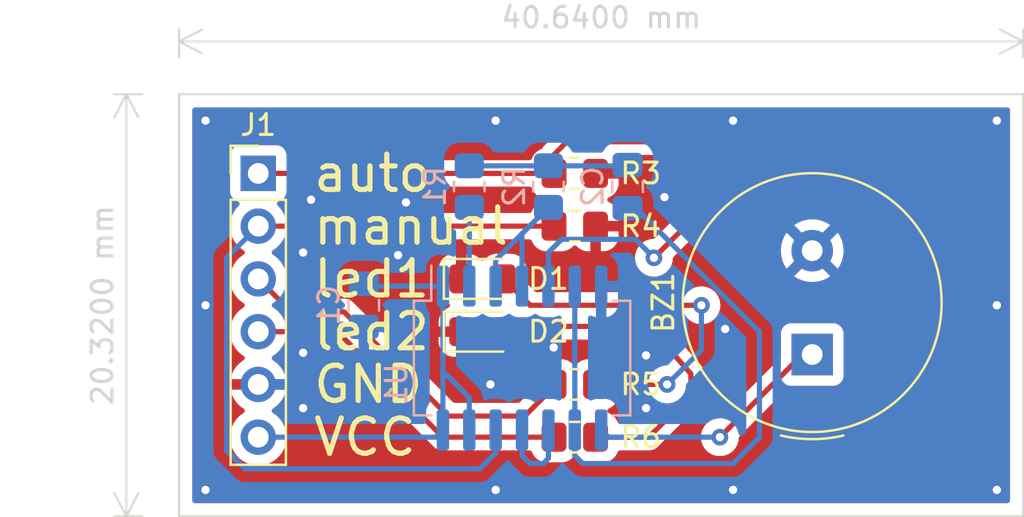
<source format=kicad_pcb>
(kicad_pcb (version 20211014) (generator pcbnew)
  (layers (0 "F.Cu" signal) (31 "B.Cu" signal) (34 "B.Paste" user) (35 "F.Paste" user) (36 "B.SilkS" user "B.Silkscreen") (37 "F.SilkS" user "F.Silkscreen") (38 "B.Mask" user) (39 "F.Mask" user) (44 "Edge.Cuts" user))
  (net 0 "")
  (net 1 "Net-(BZ1-Pad1)")
  (net 2 "GND")
  (net 3 "VCC")
  (net 4 "Net-(C2-Pad1)")
  (net 5 "Net-(C2-Pad2)")
  (net 6 "Net-(D1-Pad2)")
  (net 7 "Net-(D2-Pad2)")
  (net 8 "/auto")
  (net 9 "/manual")
  (net 10 "/led1")
  (net 11 "/led2")
  (net 12 "Net-(R1-Pad2)")
  (net 13 "Net-(R2-Pad2)")
  (net 14 "Net-(U1-Pad10)")
  (footprint "Connector_PinHeader_2.54mm:PinHeader_1x06_P2.54mm_Vertical" (layer "F.Cu") (at 85.09 72.39)
    (fp_text reference "J1" (at 0 -2.33) (layer "F.SilkS"))
    (fp_text value "Conn_01x06")
    (fp_line (start -1.33 0) (end -1.33 -1.33) (layer "F.SilkS") (width 0.12))
    (fp_line (start 1.33 1.27) (end 1.33 14.03) (layer "F.SilkS") (width 0.12))
    (fp_line (start -1.33 14.03) (end 1.33 14.03) (layer "F.SilkS") (width 0.12))
    (fp_line (start -1.33 1.27) (end -1.33 14.03) (layer "F.SilkS") (width 0.12))
    (fp_line (start -1.33 -1.33) (end 0 -1.33) (layer "F.SilkS") (width 0.12))
    (fp_line (start -1.33 1.27) (end 1.33 1.27) (layer "F.SilkS") (width 0.12))
    (pad "1" thru_hole rect (at 0 0) (size 1.7 1.7) (drill 1) (layers *.Cu *.Mask) (net 8 "/auto"))
    (pad "2" thru_hole oval (at 0 2.54) (size 1.7 1.7) (drill 1) (layers *.Cu *.Mask) (net 9 "/manual"))
    (pad "3" thru_hole oval (at 0 5.08) (size 1.7 1.7) (drill 1) (layers *.Cu *.Mask) (net 10 "/led1"))
    (pad "4" thru_hole oval (at 0 7.62) (size 1.7 1.7) (drill 1) (layers *.Cu *.Mask) (net 11 "/led2"))
    (pad "5" thru_hole oval (at 0 10.16) (size 1.7 1.7) (drill 1) (layers *.Cu *.Mask) (net 2 "GND"))
    (pad "6" thru_hole oval (at 0 12.7) (size 1.7 1.7) (drill 1) (layers *.Cu *.Mask) (net 3 "VCC"))
  )
  (footprint "LED_SMD:LED_0805_2012Metric_Pad1.15x1.40mm_HandSolder" (layer "F.Cu") (at 95.885 77.47)
    (fp_text reference "D1" (at 3.175 0) (layer "F.SilkS"))
    (fp_text value "LED")
    (fp_line (start 1 -0.96) (end -1.86 -0.96) (layer "F.SilkS") (width 0.12))
    (fp_line (start -1.86 -0.96) (end -1.86 0.96) (layer "F.SilkS") (width 0.12))
    (fp_line (start -1.86 0.96) (end 1 0.96) (layer "F.SilkS") (width 0.12))
    (pad "1" smd roundrect (at -1.025 0) (size 1.15 1.4) (layers "F.Cu" "F.Paste" "F.Mask") (roundrect_rratio 0.217391) (net 2 "GND"))
    (pad "2" smd roundrect (at 1.025 0) (size 1.15 1.4) (layers "F.Cu" "F.Paste" "F.Mask") (roundrect_rratio 0.217391) (net 6 "Net-(D1-Pad2)"))
  )
  (footprint "Resistor_SMD:R_0805_2012Metric_Pad1.20x1.40mm_HandSolder" (layer "F.Cu") (at 100.33 82.55)
    (fp_text reference "R5" (at 3.175 0) (layer "F.SilkS"))
    (fp_text value "R")
    (fp_line (start -0.227064 0.735) (end 0.227064 0.735) (layer "F.SilkS") (width 0.12))
    (fp_line (start -0.227064 -0.735) (end 0.227064 -0.735) (layer "F.SilkS") (width 0.12))
    (pad "1" smd roundrect (at -1 0) (size 1.2 1.4) (layers "F.Cu" "F.Paste" "F.Mask") (roundrect_rratio 0.208333) (net 10 "/led1"))
    (pad "2" smd roundrect (at 1 0) (size 1.2 1.4) (layers "F.Cu" "F.Paste" "F.Mask") (roundrect_rratio 0.208333) (net 6 "Net-(D1-Pad2)"))
  )
  (footprint "Resistor_SMD:R_0805_2012Metric_Pad1.20x1.40mm_HandSolder" (layer "F.Cu") (at 100.33 74.93)
    (fp_text reference "R4" (at 3.175 0) (layer "F.SilkS"))
    (fp_text value "10k")
    (fp_line (start -0.227064 -0.735) (end 0.227064 -0.735) (layer "F.SilkS") (width 0.12))
    (fp_line (start -0.227064 0.735) (end 0.227064 0.735) (layer "F.SilkS") (width 0.12))
    (pad "1" smd roundrect (at -1 0) (size 1.2 1.4) (layers "F.Cu" "F.Paste" "F.Mask") (roundrect_rratio 0.208333) (net 9 "/manual"))
    (pad "2" smd roundrect (at 1 0) (size 1.2 1.4) (layers "F.Cu" "F.Paste" "F.Mask") (roundrect_rratio 0.208333) (net 2 "GND"))
  )
  (footprint "Resistor_SMD:R_0805_2012Metric_Pad1.20x1.40mm_HandSolder" (layer "F.Cu") (at 100.33 72.39)
    (fp_text reference "R3" (at 3.175 0) (layer "F.SilkS"))
    (fp_text value "10k")
    (fp_line (start -0.227064 -0.735) (end 0.227064 -0.735) (layer "F.SilkS") (width 0.12))
    (fp_line (start -0.227064 0.735) (end 0.227064 0.735) (layer "F.SilkS") (width 0.12))
    (pad "1" smd roundrect (at -1 0) (size 1.2 1.4) (layers "F.Cu" "F.Paste" "F.Mask") (roundrect_rratio 0.208333) (net 8 "/auto"))
    (pad "2" smd roundrect (at 1 0) (size 1.2 1.4) (layers "F.Cu" "F.Paste" "F.Mask") (roundrect_rratio 0.208333) (net 2 "GND"))
  )
  (footprint "LED_SMD:LED_0805_2012Metric_Pad1.15x1.40mm_HandSolder" (layer "F.Cu") (at 95.885 80.01)
    (fp_text reference "D2" (at 3.175 0) (layer "F.SilkS"))
    (fp_text value "LED")
    (fp_line (start -1.86 0.96) (end 1 0.96) (layer "F.SilkS") (width 0.12))
    (fp_line (start 1 -0.96) (end -1.86 -0.96) (layer "F.SilkS") (width 0.12))
    (fp_line (start -1.86 -0.96) (end -1.86 0.96) (layer "F.SilkS") (width 0.12))
    (pad "1" smd roundrect (at -1.025 0) (size 1.15 1.4) (layers "F.Cu" "F.Paste" "F.Mask") (roundrect_rratio 0.217391) (net 2 "GND"))
    (pad "2" smd roundrect (at 1.025 0) (size 1.15 1.4) (layers "F.Cu" "F.Paste" "F.Mask") (roundrect_rratio 0.217391) (net 7 "Net-(D2-Pad2)"))
  )
  (footprint "Buzzer_Beeper:Buzzer_TDK_PS1240P02BT_D12.2mm_H6.5mm" (layer "F.Cu") (at 111.76 81.110785 90)
    (fp_text reference "BZ1" (at 2.5 -7.17 90) (layer "F.SilkS"))
    (fp_text value "Buzzer")
    (fp_arc (start -3.9 1.499999) (mid -4.073431 -0.000001) (end -3.9 -1.5) (layer "F.SilkS") (width 0.12))
    (fp_circle (center 2.5 0) (end 8.73 0) (layer "F.SilkS") (width 0.12) (fill none))
    (pad "1" thru_hole rect (at 0 0 90) (size 2 2) (drill 1) (layers *.Cu *.Mask) (net 1 "Net-(BZ1-Pad1)"))
    (pad "2" thru_hole circle (at 5 0 90) (size 2 2) (drill 1) (layers *.Cu *.Mask) (net 2 "GND"))
  )
  (footprint "Resistor_SMD:R_0805_2012Metric_Pad1.20x1.40mm_HandSolder" (layer "F.Cu") (at 100.33 85.09)
    (fp_text reference "R6" (at 3.175 0) (layer "F.SilkS"))
    (fp_text value "R")
    (fp_line (start -0.227064 0.735) (end 0.227064 0.735) (layer "F.SilkS") (width 0.12))
    (fp_line (start -0.227064 -0.735) (end 0.227064 -0.735) (layer "F.SilkS") (width 0.12))
    (pad "1" smd roundrect (at -1 0) (size 1.2 1.4) (layers "F.Cu" "F.Paste" "F.Mask") (roundrect_rratio 0.208333) (net 11 "/led2"))
    (pad "2" smd roundrect (at 1 0) (size 1.2 1.4) (layers "F.Cu" "F.Paste" "F.Mask") (roundrect_rratio 0.208333) (net 7 "Net-(D2-Pad2)"))
  )
  (footprint "Capacitor_SMD:C_0805_2012Metric_Pad1.18x1.45mm_HandSolder" (layer "B.Cu") (at 102.87 73.025 -90)
    (fp_text reference "C2" (at 0 1.68 90) (layer "B.SilkS") (effects (justify mirror)))
    (fp_text value "C")
    (fp_line (start -0.261252 -0.735) (end 0.261252 -0.735) (layer "B.SilkS") (width 0.12))
    (fp_line (start -0.261252 0.735) (end 0.261252 0.735) (layer "B.SilkS") (width 0.12))
    (pad "1" smd roundrect (at -1.0375 0 270) (size 1.175 1.45) (layers "B.Cu" "B.Paste" "B.Mask") (roundrect_rratio 0.212766) (net 4 "Net-(C2-Pad1)"))
    (pad "2" smd roundrect (at 1.0375 0 270) (size 1.175 1.45) (layers "B.Cu" "B.Paste" "B.Mask") (roundrect_rratio 0.212766) (net 5 "Net-(C2-Pad2)"))
  )
  (footprint "Capacitor_SMD:C_0805_2012Metric_Pad1.18x1.45mm_HandSolder" (layer "B.Cu") (at 90.17 78.74 -90)
    (fp_text reference "C1" (at 0 1.68 90) (layer "B.SilkS") (effects (justify mirror)))
    (fp_text value "0.1u")
    (fp_line (start -0.261252 0.735) (end 0.261252 0.735) (layer "B.SilkS") (width 0.12))
    (fp_line (start -0.261252 -0.735) (end 0.261252 -0.735) (layer "B.SilkS") (width 0.12))
    (pad "1" smd roundrect (at -1.0375 0 270) (size 1.175 1.45) (layers "B.Cu" "B.Paste" "B.Mask") (roundrect_rratio 0.212766) (net 3 "VCC"))
    (pad "2" smd roundrect (at 1.0375 0 270) (size 1.175 1.45) (layers "B.Cu" "B.Paste" "B.Mask") (roundrect_rratio 0.212766) (net 2 "GND"))
  )
  (footprint "Package_SO:SO-14_5.3x10.2mm_P1.27mm" (layer "B.Cu") (at 97.79 81.28 -90)
    (fp_text reference "U1" (at 1.27 6.05 90) (layer "B.SilkS") (effects (justify mirror)))
    (fp_text value "74HC00")
    (fp_line (start -2.76 5.21) (end -2.76 4.37) (layer "B.SilkS") (width 0.12))
    (fp_line (start 0 -5.21) (end -2.76 -5.21) (layer "B.SilkS") (width 0.12))
    (fp_line (start -2.76 -5.21) (end -2.76 -4.37) (layer "B.SilkS") (width 0.12))
    (fp_line (start 0 5.21) (end -2.76 5.21) (layer "B.SilkS") (width 0.12))
    (fp_line (start 2.76 5.21) (end 2.76 4.37) (layer "B.SilkS") (width 0.12))
    (fp_line (start 0 5.21) (end 2.76 5.21) (layer "B.SilkS") (width 0.12))
    (fp_line (start 0 -5.21) (end 2.76 -5.21) (layer "B.SilkS") (width 0.12))
    (fp_line (start -2.76 4.37) (end -4.45 4.37) (layer "B.SilkS") (width 0.12))
    (fp_line (start 2.76 -5.21) (end 2.76 -4.37) (layer "B.SilkS") (width 0.12))
    (pad "1" smd roundrect (at -3.4625 3.81 270) (size 1.975 0.6) (layers "B.Cu" "B.Paste" "B.Mask") (net 3 "VCC"))
    (pad "2" smd roundrect (at -3.4625 2.54 270) (size 1.975 0.6) (layers "B.Cu" "B.Paste" "B.Mask") (net 12 "Net-(R1-Pad2)"))
    (pad "3" smd roundrect (at -3.4625 1.27 270) (size 1.975 0.6) (layers "B.Cu" "B.Paste" "B.Mask") (net 13 "Net-(R2-Pad2)"))
    (pad "4" smd roundrect (at -3.4625 0 270) (size 1.975 0.6) (layers "B.Cu" "B.Paste" "B.Mask") (net 13 "Net-(R2-Pad2)"))
    (pad "5" smd roundrect (at -3.4625 -1.27 270) (size 1.975 0.6) (layers "B.Cu" "B.Paste" "B.Mask") (net 8 "/auto"))
    (pad "6" smd roundrect (at -3.4625 -2.54 270) (size 1.975 0.6) (layers "B.Cu" "B.Paste" "B.Mask") (net 5 "Net-(C2-Pad2)"))
    (pad "7" smd roundrect (at -3.4625 -3.81 270) (size 1.975 0.6) (layers "B.Cu" "B.Paste" "B.Mask") (net 2 "GND"))
    (pad "8" smd roundrect (at 3.4625 -3.81 270) (size 1.975 0.6) (layers "B.Cu" "B.Paste" "B.Mask") (net 1 "Net-(BZ1-Pad1)"))
    (pad "9" smd roundrect (at 3.4625 -2.54 270) (size 1.975 0.6) (layers "B.Cu" "B.Paste" "B.Mask") (net 5 "Net-(C2-Pad2)"))
    (pad "10" smd roundrect (at 3.4625 -1.27 270) (size 1.975 0.6) (layers "B.Cu" "B.Paste" "B.Mask") (net 14 "Net-(U1-Pad10)"))
    (pad "11" smd roundrect (at 3.4625 0 270) (size 1.975 0.6) (layers "B.Cu" "B.Paste" "B.Mask") (net 14 "Net-(U1-Pad10)"))
    (pad "12" smd roundrect (at 3.4625 1.27 270) (size 1.975 0.6) (layers "B.Cu" "B.Paste" "B.Mask") (net 9 "/manual"))
    (pad "13" smd roundrect (at 3.4625 2.54 270) (size 1.975 0.6) (layers "B.Cu" "B.Paste" "B.Mask") (net 3 "VCC"))
    (pad "14" smd roundrect (at 3.4625 3.81 270) (size 1.975 0.6) (layers "B.Cu" "B.Paste" "B.Mask") (net 3 "VCC"))
  )
  (footprint "Resistor_SMD:R_0805_2012Metric_Pad1.20x1.40mm_HandSolder" (layer "B.Cu") (at 99.06 73.025 -90)
    (fp_text reference "R2" (at 0 1.65 90) (layer "B.SilkS") (effects (justify mirror)))
    (fp_text value "R")
    (fp_line (start -0.227064 0.735) (end 0.227064 0.735) (layer "B.SilkS") (width 0.12))
    (fp_line (start -0.227064 -0.735) (end 0.227064 -0.735) (layer "B.SilkS") (width 0.12))
    (pad "1" smd roundrect (at -1 0 270) (size 1.2 1.4) (layers "B.Cu" "B.Paste" "B.Mask") (roundrect_rratio 0.208333) (net 4 "Net-(C2-Pad1)"))
    (pad "2" smd roundrect (at 1 0 270) (size 1.2 1.4) (layers "B.Cu" "B.Paste" "B.Mask") (roundrect_rratio 0.208333) (net 13 "Net-(R2-Pad2)"))
  )
  (footprint "Resistor_SMD:R_0805_2012Metric_Pad1.20x1.40mm_HandSolder" (layer "B.Cu") (at 95.25 73.025 -90)
    (fp_text reference "R1" (at 0 1.65 90) (layer "B.SilkS") (effects (justify mirror)))
    (fp_text value "R")
    (fp_line (start -0.227064 -0.735) (end 0.227064 -0.735) (layer "B.SilkS") (width 0.12))
    (fp_line (start -0.227064 0.735) (end 0.227064 0.735) (layer "B.SilkS") (width 0.12))
    (pad "1" smd roundrect (at -1 0 270) (size 1.2 1.4) (layers "B.Cu" "B.Paste" "B.Mask") (roundrect_rratio 0.208333) (net 4 "Net-(C2-Pad1)"))
    (pad "2" smd roundrect (at 1 0 270) (size 1.2 1.4) (layers "B.Cu" "B.Paste" "B.Mask") (roundrect_rratio 0.208333) (net 12 "Net-(R1-Pad2)"))
  )
  (gr_line (start 81.28 68.58) (end 121.92 68.58) (layer "Edge.Cuts") (width 0.1))
  (gr_line (start 121.92 88.9) (end 81.28 88.9) (layer "Edge.Cuts") (width 0.1))
  (gr_line (start 121.92 68.58) (end 121.92 88.9) (layer "Edge.Cuts") (width 0.1))
  (gr_line (start 81.28 68.58) (end 81.28 88.9) (layer "Edge.Cuts") (width 0.1))
  (gr_text "led1" (at 87.63 77.47) (layer "F.SilkS") (effects (font (size 1.7 1.7) (thickness 0.25)) (justify left)))
  (gr_text "manual" (at 87.63 74.93) (layer "F.SilkS") (effects (font (size 1.7 1.7) (thickness 0.25)) (justify left)))
  (gr_text "VCC" (at 87.63 85.09) (layer "F.SilkS") (effects (font (size 1.7 1.7) (thickness 0.25)) (justify left)))
  (gr_text "auto" (at 87.63 72.39) (layer "F.SilkS") (effects (font (size 1.7 1.7) (thickness 0.25)) (justify left)))
  (gr_text "GND" (at 87.63 82.55) (layer "F.SilkS") (effects (font (size 1.7 1.7) (thickness 0.25)) (justify left)))
  (gr_text "led2" (at 87.63 80.01) (layer "F.SilkS") (effects (font (size 1.7 1.7) (thickness 0.25)) (justify left)))
  (dimension (type aligned) (layer "Edge.Cuts") (pts (xy 81.28 67.31) (xy 121.92 67.31)) (height -1.27) (gr_text "40.6400 mm" (at 101.6 64.89) (layer "Edge.Cuts") (effects (font (size 1 1) (thickness 0.15)))) (format (units 3) (units_format 1) (precision 4)) (style (thickness 0.1) (arrow_length 1.27) (text_position_mode 0) (extension_height 0.58642) (extension_offset 0.5) keep_text_aligned))
  (dimension (type aligned) (layer "Edge.Cuts") (pts (xy 80.01 68.58) (xy 80.01 88.9)) (height 1.27) (gr_text "20.3200 mm" (at 77.59 78.74 90) (layer "Edge.Cuts") (effects (font (size 1 1) (thickness 0.15)))) (format (units 3) (units_format 1) (precision 4)) (style (thickness 0.1) (arrow_length 1.27) (text_position_mode 0) (extension_height 0.58642) (extension_offset 0.5) keep_text_aligned))
  (segment (start 111.294215 81.110785) (end 111.76 81.110785) (width 0.25) (layer "F.Cu") (net 1))
  (segment (start 107.315 85.09) (end 111.294215 81.110785) (width 0.25) (layer "F.Cu") (net 1))
  (via (at 107.315 85.09) (size 0.8) (drill 0.4) (layers "F.Cu" "B.Cu") (net 1))
  (segment (start 101.9475 85.09) (end 101.6 84.7425) (width 0.25) (layer "B.Cu") (net 1))
  (segment (start 107.315 85.09) (end 101.9475 85.09) (width 0.25) (layer "B.Cu") (net 1))
  (via (at 99.314 80.772) (size 0.8) (drill 0.4) (layers "F.Cu" "B.Cu") (net 2))
  (via (at 82.55 78.74) (size 0.8) (drill 0.4) (layers "F.Cu" "B.Cu") (net 2))
  (via (at 104.648 73.533) (size 0.8) (drill 0.4) (layers "F.Cu" "B.Cu") (net 2))
  (via (at 82.55 87.63) (size 0.8) (drill 0.4) (layers "F.Cu" "B.Cu") (net 2))
  (via (at 120.65 69.85) (size 0.8) (drill 0.4) (layers "F.Cu" "B.Cu") (net 2))
  (via (at 107.95 69.85) (size 0.8) (drill 0.4) (layers "F.Cu" "B.Cu") (net 2))
  (via (at 87.249 76.2) (size 0.8) (drill 0.4) (layers "F.Cu" "B.Cu") (net 2))
  (via (at 92.202 73.787) (size 0.8) (drill 0.4) (layers "F.Cu" "B.Cu") (net 2))
  (via (at 107.95 87.63) (size 0.8) (drill 0.4) (layers "F.Cu" "B.Cu") (net 2))
  (via (at 87.63 73.66) (size 0.8) (drill 0.4) (layers "F.Cu" "B.Cu") (net 2))
  (via (at 96.266 82.55) (size 0.8) (drill 0.4) (layers "F.Cu" "B.Cu") (net 2))
  (via (at 91.821 76.327) (size 0.8) (drill 0.4) (layers "F.Cu" "B.Cu") (net 2))
  (via (at 96.52 69.85) (size 0.8) (drill 0.4) (layers "F.Cu" "B.Cu") (net 2))
  (via (at 120.65 87.63) (size 0.8) (drill 0.4) (layers "F.Cu" "B.Cu") (net 2))
  (via (at 82.55 69.85) (size 0.8) (drill 0.4) (layers "F.Cu" "B.Cu") (net 2))
  (via (at 87.249 83.693) (size 0.8) (drill 0.4) (layers "F.Cu" "B.Cu") (net 2))
  (via (at 107.569 79.883) (size 0.8) (drill 0.4) (layers "F.Cu" "B.Cu") (net 2))
  (via (at 87.249 81.026) (size 0.8) (drill 0.4) (layers "F.Cu" "B.Cu") (net 2))
  (via (at 96.52 87.63) (size 0.8) (drill 0.4) (layers "F.Cu" "B.Cu") (net 2))
  (via (at 103.759 83.693) (size 0.8) (drill 0.4) (layers "F.Cu" "B.Cu") (net 2))
  (via (at 120.65 78.74) (size 0.8) (drill 0.4) (layers "F.Cu" "B.Cu") (net 2))
  (via (at 103.759 81.153) (size 0.8) (drill 0.4) (layers "F.Cu" "B.Cu") (net 2))
  (segment (start 95.25 84.7425) (end 95.25 83.185) (width 0.25) (layer "B.Cu") (net 3))
  (segment (start 90.285 77.8175) (end 93.98 77.8175) (width 0.25) (layer "B.Cu") (net 3))
  (segment (start 95.25 83.185) (end 93.98 81.915) (width 0.25) (layer "B.Cu") (net 3))
  (segment (start 93.6325 85.09) (end 85.09 85.09) (width 0.25) (layer "B.Cu") (net 3))
  (segment (start 90.17 77.7025) (end 90.285 77.8175) (width 0.25) (layer "B.Cu") (net 3))
  (segment (start 93.98 77.8175) (end 93.98 84.7425) (width 0.25) (layer "B.Cu") (net 3))
  (segment (start 93.98 84.7425) (end 93.6325 85.09) (width 0.25) (layer "B.Cu") (net 3))
  (segment (start 95.25 72.025) (end 99.06 72.025) (width 0.25) (layer "B.Cu") (net 4))
  (segment (start 102.8325 72.025) (end 102.87 71.9875) (width 0.25) (layer "B.Cu") (net 4))
  (segment (start 99.06 72.025) (end 102.8325 72.025) (width 0.25) (layer "B.Cu") (net 4))
  (segment (start 109.22 85.09) (end 107.95 86.36) (width 0.25) (layer "B.Cu") (net 5))
  (segment (start 100.33 77.8175) (end 100.33 81.28) (width 0.25) (layer "B.Cu") (net 5))
  (segment (start 100.33 81.28) (end 100.33 84.7425) (width 0.25) (layer "B.Cu") (net 5))
  (segment (start 107.95 86.36) (end 100.711 86.36) (width 0.25) (layer "B.Cu") (net 5))
  (segment (start 100.711 86.36) (end 100.33 85.979) (width 0.25) (layer "B.Cu") (net 5))
  (segment (start 109.22 80.01) (end 109.22 85.09) (width 0.25) (layer "B.Cu") (net 5))
  (segment (start 103.2725 74.0625) (end 109.22 80.01) (width 0.25) (layer "B.Cu") (net 5))
  (segment (start 100.33 85.979) (end 100.33 84.7425) (width 0.25) (layer "B.Cu") (net 5))
  (segment (start 101.33 82.55) (end 104.775 82.55) (width 0.25) (layer "F.Cu") (net 6))
  (segment (start 98.18 78.74) (end 96.91 77.47) (width 0.25) (layer "F.Cu") (net 6))
  (segment (start 106.426 78.74) (end 98.18 78.74) (width 0.25) (layer "F.Cu") (net 6))
  (via (at 104.775 82.55) (size 0.8) (drill 0.4) (layers "F.Cu" "B.Cu") (net 6))
  (via (at 106.426 78.74) (size 0.8) (drill 0.4) (layers "F.Cu" "B.Cu") (net 6))
  (segment (start 106.426 78.74) (end 106.426 80.899) (width 0.25) (layer "B.Cu") (net 6))
  (segment (start 106.426 80.899) (end 104.775 82.55) (width 0.25) (layer "B.Cu") (net 6))
  (segment (start 103.886 79.756) (end 97.164 79.756) (width 0.25) (layer "F.Cu") (net 7))
  (segment (start 101.33 85.09) (end 103.886 85.09) (width 0.25) (layer "F.Cu") (net 7))
  (segment (start 97.164 79.756) (end 96.91 80.01) (width 0.25) (layer "F.Cu") (net 7))
  (segment (start 105.918 83.058) (end 105.918 82.042) (width 0.25) (layer "F.Cu") (net 7))
  (segment (start 103.886 85.09) (end 105.918 83.058) (width 0.25) (layer "F.Cu") (net 7))
  (segment (start 105.918 82.042) (end 104.14 80.01) (width 0.25) (layer "F.Cu") (net 7))
  (segment (start 104.14 80.01) (end 103.886 79.756) (width 0.25) (layer "F.Cu") (net 7))
  (segment (start 104.14 76.454) (end 105.664 74.93) (width 0.25) (layer "F.Cu") (net 8))
  (segment (start 105.664 74.93) (end 105.664 71.882) (width 0.25) (layer "F.Cu") (net 8))
  (segment (start 85.09 72.39) (end 99.33 72.39) (width 0.25) (layer "F.Cu") (net 8))
  (segment (start 104.648 70.866) (end 99.949 70.866) (width 0.25) (layer "F.Cu") (net 8))
  (segment (start 105.664 71.882) (end 104.648 70.866) (width 0.25) (layer "F.Cu") (net 8))
  (segment (start 99.33 71.485) (end 99.33 72.39) (width 0.25) (layer "F.Cu") (net 8))
  (segment (start 99.949 70.866) (end 99.33 71.485) (width 0.25) (layer "F.Cu") (net 8))
  (via (at 104.14 76.454) (size 0.8) (drill 0.4) (layers "F.Cu" "B.Cu") (net 8))
  (segment (start 103.251 75.565) (end 99.695 75.565) (width 0.25) (layer "B.Cu") (net 8))
  (segment (start 99.695 75.565) (end 99.06 76.2) (width 0.25) (layer "B.Cu") (net 8))
  (segment (start 99.06 76.2) (end 99.06 77.8175) (width 0.25) (layer "B.Cu") (net 8))
  (segment (start 104.14 76.454) (end 103.251 75.565) (width 0.25) (layer "B.Cu") (net 8))
  (segment (start 85.09 74.93) (end 99.33 74.93) (width 0.25) (layer "F.Cu") (net 9))
  (segment (start 83.566 76.454) (end 83.566 85.725) (width 0.25) (layer "B.Cu") (net 9))
  (segment (start 85.09 74.93) (end 83.566 76.454) (width 0.25) (layer "B.Cu") (net 9))
  (segment (start 95.758 86.614) (end 96.52 85.852) (width 0.25) (layer "B.Cu") (net 9))
  (segment (start 84.455 86.614) (end 95.758 86.614) (width 0.25) (layer "B.Cu") (net 9))
  (segment (start 96.52 85.852) (end 96.52 84.7425) (width 0.25) (layer "B.Cu") (net 9))
  (segment (start 83.566 85.725) (end 84.455 86.614) (width 0.25) (layer "B.Cu") (net 9))
  (segment (start 94.234 84.074) (end 97.917 84.074) (width 0.25) (layer "F.Cu") (net 10))
  (segment (start 97.917 84.074) (end 99.33 82.661) (width 0.25) (layer "F.Cu") (net 10))
  (segment (start 86.6775 79.0575) (end 89.2175 79.0575) (width 0.25) (layer "F.Cu") (net 10))
  (segment (start 99.33 82.661) (end 99.33 82.55) (width 0.25) (layer "F.Cu") (net 10))
  (segment (start 85.09 77.47) (end 86.6775 79.0575) (width 0.25) (layer "F.Cu") (net 10))
  (segment (start 89.2175 79.0575) (end 94.234 84.074) (width 0.25) (layer "F.Cu") (net 10))
  (segment (start 93.98 85.09) (end 99.33 85.09) (width 0.25) (layer "F.Cu") (net 11))
  (segment (start 85.09 80.01) (end 88.9 80.01) (width 0.25) (layer "F.Cu") (net 11))
  (segment (start 88.9 80.01) (end 93.98 85.09) (width 0.25) (layer "F.Cu") (net 11))
  (segment (start 95.25 74.025) (end 95.25 77.8175) (width 0.25) (layer "B.Cu") (net 12))
  (segment (start 96.52 77.8175) (end 96.52 76.565) (width 0.25) (layer "B.Cu") (net 13))
  (segment (start 96.52 76.565) (end 97.79 75.295) (width 0.25) (layer "B.Cu") (net 13))
  (segment (start 99.06 74.025) (end 97.79 75.295) (width 0.25) (layer "B.Cu") (net 13))
  (segment (start 97.79 75.295) (end 97.79 77.8175) (width 0.25) (layer "B.Cu") (net 13))
  (segment (start 97.79 85.979) (end 98.171 86.36) (width 0.25) (layer "B.Cu") (net 14))
  (segment (start 98.806 86.36) (end 98.171 86.36) (width 0.25) (layer "B.Cu") (net 14))
  (segment (start 99.06 86.106) (end 98.806 86.36) (width 0.25) (layer "B.Cu") (net 14))
  (segment (start 97.79 84.7425) (end 97.79 85.979) (width 0.25) (layer "B.Cu") (net 14))
  (segment (start 99.06 84.7425) (end 99.06 86.106) (width 0.25) (layer "B.Cu") (net 14))
  (zone (net 2) (net_name "GND") (layer "F.Cu") (connect_pads (clearance 0.508)) (min_thickness 0.254) (fill yes (thermal_gap 0.508) (thermal_bridge_width 0.508))
    (polygon (pts (xy 121.285 88.265) (xy 81.915 88.265) (xy 81.915 69.215) (xy 121.285 69.215)))
  )
  (zone (net 2) (net_name "GND") (layer "B.Cu") (connect_pads (clearance 0.508)) (min_thickness 0.254) (fill yes (thermal_gap 0.508) (thermal_bridge_width 0.508))
    (polygon (pts (xy 121.285 88.265) (xy 81.915 88.265) (xy 81.915 69.215) (xy 121.285 69.215)))
  )
)
</source>
